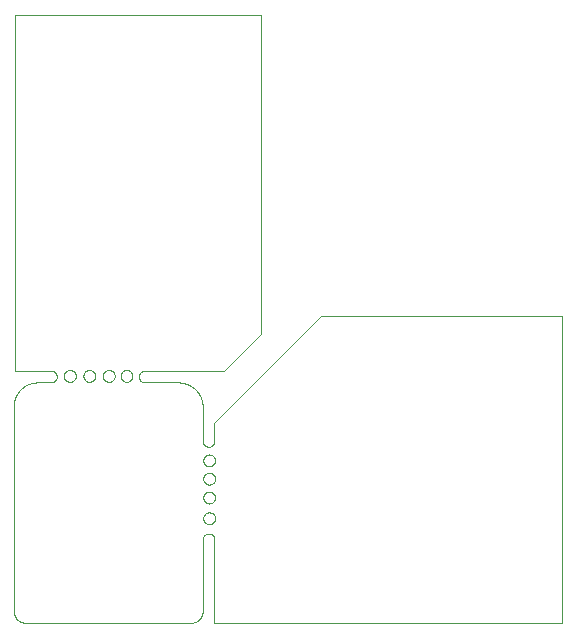
<source format=gko>
G75*
%MOIN*%
%OFA0B0*%
%FSLAX25Y25*%
%IPPOS*%
%LPD*%
%AMOC8*
5,1,8,0,0,1.08239X$1,22.5*
%
%ADD10C,0.00000*%
D10*
X0166472Y0050921D02*
X0166472Y0119228D01*
X0166474Y0119418D01*
X0166481Y0119608D01*
X0166493Y0119798D01*
X0166509Y0119988D01*
X0166529Y0120177D01*
X0166555Y0120366D01*
X0166584Y0120554D01*
X0166619Y0120741D01*
X0166658Y0120927D01*
X0166701Y0121112D01*
X0166749Y0121297D01*
X0166801Y0121480D01*
X0166857Y0121661D01*
X0166918Y0121841D01*
X0166984Y0122020D01*
X0167053Y0122197D01*
X0167127Y0122373D01*
X0167205Y0122546D01*
X0167288Y0122718D01*
X0167374Y0122887D01*
X0167464Y0123055D01*
X0167559Y0123220D01*
X0167657Y0123383D01*
X0167760Y0123543D01*
X0167866Y0123701D01*
X0167976Y0123856D01*
X0168089Y0124009D01*
X0168207Y0124159D01*
X0168328Y0124305D01*
X0168452Y0124449D01*
X0168580Y0124590D01*
X0168711Y0124728D01*
X0168846Y0124863D01*
X0168984Y0124994D01*
X0169125Y0125122D01*
X0169269Y0125246D01*
X0169415Y0125367D01*
X0169565Y0125485D01*
X0169718Y0125598D01*
X0169873Y0125708D01*
X0170031Y0125814D01*
X0170191Y0125917D01*
X0170354Y0126015D01*
X0170519Y0126110D01*
X0170687Y0126200D01*
X0170856Y0126286D01*
X0171028Y0126369D01*
X0171201Y0126447D01*
X0171377Y0126521D01*
X0171554Y0126590D01*
X0171733Y0126656D01*
X0171913Y0126717D01*
X0172094Y0126773D01*
X0172277Y0126825D01*
X0172462Y0126873D01*
X0172647Y0126916D01*
X0172833Y0126955D01*
X0173020Y0126990D01*
X0173208Y0127019D01*
X0173397Y0127045D01*
X0173586Y0127065D01*
X0173776Y0127081D01*
X0173966Y0127093D01*
X0174156Y0127100D01*
X0174346Y0127102D01*
X0178874Y0127102D01*
X0178960Y0127104D01*
X0179046Y0127109D01*
X0179131Y0127119D01*
X0179216Y0127132D01*
X0179300Y0127149D01*
X0179384Y0127169D01*
X0179466Y0127193D01*
X0179547Y0127221D01*
X0179628Y0127252D01*
X0179706Y0127286D01*
X0179783Y0127324D01*
X0179859Y0127366D01*
X0179932Y0127410D01*
X0180003Y0127458D01*
X0180073Y0127509D01*
X0180140Y0127563D01*
X0180204Y0127619D01*
X0180266Y0127679D01*
X0180326Y0127741D01*
X0180382Y0127805D01*
X0180436Y0127872D01*
X0180487Y0127942D01*
X0180535Y0128013D01*
X0180579Y0128087D01*
X0180621Y0128162D01*
X0180659Y0128239D01*
X0180693Y0128317D01*
X0180724Y0128398D01*
X0180752Y0128479D01*
X0180776Y0128561D01*
X0180796Y0128645D01*
X0180813Y0128729D01*
X0180826Y0128814D01*
X0180836Y0128899D01*
X0180841Y0128985D01*
X0180843Y0129071D01*
X0180841Y0129157D01*
X0180836Y0129243D01*
X0180826Y0129328D01*
X0180813Y0129413D01*
X0180796Y0129497D01*
X0180776Y0129581D01*
X0180752Y0129663D01*
X0180724Y0129744D01*
X0180693Y0129825D01*
X0180659Y0129903D01*
X0180621Y0129980D01*
X0180579Y0130056D01*
X0180535Y0130129D01*
X0180487Y0130200D01*
X0180436Y0130270D01*
X0180382Y0130337D01*
X0180326Y0130401D01*
X0180266Y0130463D01*
X0180204Y0130523D01*
X0180140Y0130579D01*
X0180073Y0130633D01*
X0180003Y0130684D01*
X0179932Y0130732D01*
X0179859Y0130776D01*
X0179783Y0130818D01*
X0179706Y0130856D01*
X0179628Y0130890D01*
X0179547Y0130921D01*
X0179466Y0130949D01*
X0179384Y0130973D01*
X0179300Y0130993D01*
X0179216Y0131010D01*
X0179131Y0131023D01*
X0179046Y0131033D01*
X0178960Y0131038D01*
X0178874Y0131040D01*
X0178874Y0131039D02*
X0167063Y0131039D01*
X0167063Y0249543D01*
X0248756Y0249543D01*
X0248756Y0143244D01*
X0236551Y0131039D01*
X0210173Y0131039D01*
X0210173Y0131040D02*
X0210087Y0131038D01*
X0210001Y0131033D01*
X0209916Y0131023D01*
X0209831Y0131010D01*
X0209747Y0130993D01*
X0209663Y0130973D01*
X0209581Y0130949D01*
X0209500Y0130921D01*
X0209419Y0130890D01*
X0209341Y0130856D01*
X0209264Y0130818D01*
X0209189Y0130776D01*
X0209115Y0130732D01*
X0209044Y0130684D01*
X0208974Y0130633D01*
X0208907Y0130579D01*
X0208843Y0130523D01*
X0208781Y0130463D01*
X0208721Y0130401D01*
X0208665Y0130337D01*
X0208611Y0130270D01*
X0208560Y0130200D01*
X0208512Y0130129D01*
X0208468Y0130056D01*
X0208426Y0129980D01*
X0208388Y0129903D01*
X0208354Y0129825D01*
X0208323Y0129744D01*
X0208295Y0129663D01*
X0208271Y0129581D01*
X0208251Y0129497D01*
X0208234Y0129413D01*
X0208221Y0129328D01*
X0208211Y0129243D01*
X0208206Y0129157D01*
X0208204Y0129071D01*
X0208206Y0128985D01*
X0208211Y0128899D01*
X0208221Y0128814D01*
X0208234Y0128729D01*
X0208251Y0128645D01*
X0208271Y0128561D01*
X0208295Y0128479D01*
X0208323Y0128398D01*
X0208354Y0128317D01*
X0208388Y0128239D01*
X0208426Y0128162D01*
X0208468Y0128087D01*
X0208512Y0128013D01*
X0208560Y0127942D01*
X0208611Y0127872D01*
X0208665Y0127805D01*
X0208721Y0127741D01*
X0208781Y0127679D01*
X0208843Y0127619D01*
X0208907Y0127563D01*
X0208974Y0127509D01*
X0209044Y0127458D01*
X0209115Y0127410D01*
X0209189Y0127366D01*
X0209264Y0127324D01*
X0209341Y0127286D01*
X0209419Y0127252D01*
X0209500Y0127221D01*
X0209581Y0127193D01*
X0209663Y0127169D01*
X0209747Y0127149D01*
X0209831Y0127132D01*
X0209916Y0127119D01*
X0210001Y0127109D01*
X0210087Y0127104D01*
X0210173Y0127102D01*
X0221000Y0127102D01*
X0221000Y0127103D02*
X0221197Y0127107D01*
X0221395Y0127107D01*
X0221592Y0127103D01*
X0221790Y0127093D01*
X0221987Y0127079D01*
X0222183Y0127060D01*
X0222379Y0127036D01*
X0222575Y0127007D01*
X0222770Y0126974D01*
X0222963Y0126936D01*
X0223156Y0126893D01*
X0223348Y0126846D01*
X0223539Y0126794D01*
X0223728Y0126738D01*
X0223916Y0126676D01*
X0224102Y0126611D01*
X0224287Y0126541D01*
X0224470Y0126466D01*
X0224651Y0126387D01*
X0224830Y0126304D01*
X0225007Y0126217D01*
X0225182Y0126125D01*
X0225355Y0126029D01*
X0225525Y0125929D01*
X0225693Y0125824D01*
X0225858Y0125716D01*
X0226021Y0125604D01*
X0226180Y0125488D01*
X0226337Y0125368D01*
X0226491Y0125244D01*
X0226642Y0125116D01*
X0226790Y0124985D01*
X0226935Y0124851D01*
X0227076Y0124713D01*
X0227214Y0124572D01*
X0227349Y0124427D01*
X0227480Y0124279D01*
X0227607Y0124128D01*
X0227731Y0123974D01*
X0227851Y0123817D01*
X0227967Y0123657D01*
X0228079Y0123494D01*
X0228187Y0123329D01*
X0228292Y0123161D01*
X0228392Y0122991D01*
X0228488Y0122818D01*
X0228579Y0122643D01*
X0228667Y0122466D01*
X0228750Y0122287D01*
X0228829Y0122106D01*
X0228904Y0121923D01*
X0228974Y0121738D01*
X0229039Y0121552D01*
X0229100Y0121364D01*
X0229157Y0121175D01*
X0229208Y0120984D01*
X0229256Y0120792D01*
X0229298Y0120599D01*
X0229336Y0120406D01*
X0229370Y0120211D01*
X0229398Y0120015D01*
X0229422Y0119819D01*
X0229441Y0119623D01*
X0229455Y0119426D01*
X0229465Y0119228D01*
X0229465Y0107614D01*
X0229464Y0107614D02*
X0229466Y0107528D01*
X0229471Y0107442D01*
X0229481Y0107357D01*
X0229494Y0107272D01*
X0229511Y0107188D01*
X0229531Y0107104D01*
X0229555Y0107022D01*
X0229583Y0106941D01*
X0229614Y0106860D01*
X0229648Y0106782D01*
X0229686Y0106705D01*
X0229728Y0106630D01*
X0229772Y0106556D01*
X0229820Y0106485D01*
X0229871Y0106415D01*
X0229925Y0106348D01*
X0229981Y0106284D01*
X0230041Y0106222D01*
X0230103Y0106162D01*
X0230167Y0106106D01*
X0230234Y0106052D01*
X0230304Y0106001D01*
X0230375Y0105953D01*
X0230449Y0105909D01*
X0230524Y0105867D01*
X0230601Y0105829D01*
X0230679Y0105795D01*
X0230760Y0105764D01*
X0230841Y0105736D01*
X0230923Y0105712D01*
X0231007Y0105692D01*
X0231091Y0105675D01*
X0231176Y0105662D01*
X0231261Y0105652D01*
X0231347Y0105647D01*
X0231433Y0105645D01*
X0231519Y0105647D01*
X0231605Y0105652D01*
X0231690Y0105662D01*
X0231775Y0105675D01*
X0231859Y0105692D01*
X0231943Y0105712D01*
X0232025Y0105736D01*
X0232106Y0105764D01*
X0232187Y0105795D01*
X0232265Y0105829D01*
X0232342Y0105867D01*
X0232418Y0105909D01*
X0232491Y0105953D01*
X0232562Y0106001D01*
X0232632Y0106052D01*
X0232699Y0106106D01*
X0232763Y0106162D01*
X0232825Y0106222D01*
X0232885Y0106284D01*
X0232941Y0106348D01*
X0232995Y0106415D01*
X0233046Y0106485D01*
X0233094Y0106556D01*
X0233138Y0106630D01*
X0233180Y0106705D01*
X0233218Y0106782D01*
X0233252Y0106860D01*
X0233283Y0106941D01*
X0233311Y0107022D01*
X0233335Y0107104D01*
X0233355Y0107188D01*
X0233372Y0107272D01*
X0233385Y0107357D01*
X0233395Y0107442D01*
X0233400Y0107528D01*
X0233402Y0107614D01*
X0233402Y0113717D01*
X0269031Y0149346D01*
X0349150Y0149346D01*
X0349150Y0046984D01*
X0233402Y0046984D01*
X0233402Y0074740D01*
X0233400Y0074826D01*
X0233395Y0074912D01*
X0233385Y0074997D01*
X0233372Y0075082D01*
X0233355Y0075166D01*
X0233335Y0075250D01*
X0233311Y0075332D01*
X0233283Y0075413D01*
X0233252Y0075494D01*
X0233218Y0075572D01*
X0233180Y0075649D01*
X0233138Y0075725D01*
X0233094Y0075798D01*
X0233046Y0075869D01*
X0232995Y0075939D01*
X0232941Y0076006D01*
X0232885Y0076070D01*
X0232825Y0076132D01*
X0232763Y0076192D01*
X0232699Y0076248D01*
X0232632Y0076302D01*
X0232562Y0076353D01*
X0232491Y0076401D01*
X0232418Y0076445D01*
X0232342Y0076487D01*
X0232265Y0076525D01*
X0232187Y0076559D01*
X0232106Y0076590D01*
X0232025Y0076618D01*
X0231943Y0076642D01*
X0231859Y0076662D01*
X0231775Y0076679D01*
X0231690Y0076692D01*
X0231605Y0076702D01*
X0231519Y0076707D01*
X0231433Y0076709D01*
X0231347Y0076707D01*
X0231261Y0076702D01*
X0231176Y0076692D01*
X0231091Y0076679D01*
X0231007Y0076662D01*
X0230923Y0076642D01*
X0230841Y0076618D01*
X0230760Y0076590D01*
X0230679Y0076559D01*
X0230601Y0076525D01*
X0230524Y0076487D01*
X0230449Y0076445D01*
X0230375Y0076401D01*
X0230304Y0076353D01*
X0230234Y0076302D01*
X0230167Y0076248D01*
X0230103Y0076192D01*
X0230041Y0076132D01*
X0229981Y0076070D01*
X0229925Y0076006D01*
X0229871Y0075939D01*
X0229820Y0075869D01*
X0229772Y0075798D01*
X0229728Y0075725D01*
X0229686Y0075649D01*
X0229648Y0075572D01*
X0229614Y0075494D01*
X0229583Y0075413D01*
X0229555Y0075332D01*
X0229531Y0075250D01*
X0229511Y0075166D01*
X0229494Y0075082D01*
X0229481Y0074997D01*
X0229471Y0074912D01*
X0229466Y0074826D01*
X0229464Y0074740D01*
X0229465Y0074740D02*
X0229465Y0050921D01*
X0229463Y0050797D01*
X0229457Y0050674D01*
X0229448Y0050550D01*
X0229434Y0050428D01*
X0229417Y0050305D01*
X0229395Y0050183D01*
X0229370Y0050062D01*
X0229341Y0049942D01*
X0229309Y0049823D01*
X0229272Y0049704D01*
X0229232Y0049587D01*
X0229189Y0049472D01*
X0229141Y0049357D01*
X0229090Y0049245D01*
X0229036Y0049134D01*
X0228978Y0049024D01*
X0228917Y0048917D01*
X0228852Y0048811D01*
X0228784Y0048708D01*
X0228713Y0048607D01*
X0228639Y0048508D01*
X0228562Y0048411D01*
X0228481Y0048317D01*
X0228398Y0048226D01*
X0228312Y0048137D01*
X0228223Y0048051D01*
X0228132Y0047968D01*
X0228038Y0047887D01*
X0227941Y0047810D01*
X0227842Y0047736D01*
X0227741Y0047665D01*
X0227638Y0047597D01*
X0227532Y0047532D01*
X0227425Y0047471D01*
X0227315Y0047413D01*
X0227204Y0047359D01*
X0227092Y0047308D01*
X0226977Y0047260D01*
X0226862Y0047217D01*
X0226745Y0047177D01*
X0226626Y0047140D01*
X0226507Y0047108D01*
X0226387Y0047079D01*
X0226266Y0047054D01*
X0226144Y0047032D01*
X0226021Y0047015D01*
X0225899Y0047001D01*
X0225775Y0046992D01*
X0225652Y0046986D01*
X0225528Y0046984D01*
X0170409Y0046984D01*
X0170285Y0046986D01*
X0170162Y0046992D01*
X0170038Y0047001D01*
X0169916Y0047015D01*
X0169793Y0047032D01*
X0169671Y0047054D01*
X0169550Y0047079D01*
X0169430Y0047108D01*
X0169311Y0047140D01*
X0169192Y0047177D01*
X0169075Y0047217D01*
X0168960Y0047260D01*
X0168845Y0047308D01*
X0168733Y0047359D01*
X0168622Y0047413D01*
X0168512Y0047471D01*
X0168405Y0047532D01*
X0168299Y0047597D01*
X0168196Y0047665D01*
X0168095Y0047736D01*
X0167996Y0047810D01*
X0167899Y0047887D01*
X0167805Y0047968D01*
X0167714Y0048051D01*
X0167625Y0048137D01*
X0167539Y0048226D01*
X0167456Y0048317D01*
X0167375Y0048411D01*
X0167298Y0048508D01*
X0167224Y0048607D01*
X0167153Y0048708D01*
X0167085Y0048811D01*
X0167020Y0048917D01*
X0166959Y0049024D01*
X0166901Y0049134D01*
X0166847Y0049245D01*
X0166796Y0049357D01*
X0166748Y0049472D01*
X0166705Y0049587D01*
X0166665Y0049704D01*
X0166628Y0049823D01*
X0166596Y0049942D01*
X0166567Y0050062D01*
X0166542Y0050183D01*
X0166520Y0050305D01*
X0166503Y0050428D01*
X0166489Y0050550D01*
X0166480Y0050674D01*
X0166474Y0050797D01*
X0166472Y0050921D01*
X0229661Y0081827D02*
X0229663Y0081915D01*
X0229669Y0082003D01*
X0229679Y0082091D01*
X0229693Y0082179D01*
X0229710Y0082265D01*
X0229732Y0082351D01*
X0229757Y0082435D01*
X0229787Y0082519D01*
X0229819Y0082601D01*
X0229856Y0082681D01*
X0229896Y0082760D01*
X0229940Y0082837D01*
X0229987Y0082912D01*
X0230037Y0082984D01*
X0230091Y0083055D01*
X0230147Y0083122D01*
X0230207Y0083188D01*
X0230269Y0083250D01*
X0230335Y0083310D01*
X0230402Y0083366D01*
X0230473Y0083420D01*
X0230545Y0083470D01*
X0230620Y0083517D01*
X0230697Y0083561D01*
X0230776Y0083601D01*
X0230856Y0083638D01*
X0230938Y0083670D01*
X0231022Y0083700D01*
X0231106Y0083725D01*
X0231192Y0083747D01*
X0231278Y0083764D01*
X0231366Y0083778D01*
X0231454Y0083788D01*
X0231542Y0083794D01*
X0231630Y0083796D01*
X0231718Y0083794D01*
X0231806Y0083788D01*
X0231894Y0083778D01*
X0231982Y0083764D01*
X0232068Y0083747D01*
X0232154Y0083725D01*
X0232238Y0083700D01*
X0232322Y0083670D01*
X0232404Y0083638D01*
X0232484Y0083601D01*
X0232563Y0083561D01*
X0232640Y0083517D01*
X0232715Y0083470D01*
X0232787Y0083420D01*
X0232858Y0083366D01*
X0232925Y0083310D01*
X0232991Y0083250D01*
X0233053Y0083188D01*
X0233113Y0083122D01*
X0233169Y0083055D01*
X0233223Y0082984D01*
X0233273Y0082912D01*
X0233320Y0082837D01*
X0233364Y0082760D01*
X0233404Y0082681D01*
X0233441Y0082601D01*
X0233473Y0082519D01*
X0233503Y0082435D01*
X0233528Y0082351D01*
X0233550Y0082265D01*
X0233567Y0082179D01*
X0233581Y0082091D01*
X0233591Y0082003D01*
X0233597Y0081915D01*
X0233599Y0081827D01*
X0233597Y0081739D01*
X0233591Y0081651D01*
X0233581Y0081563D01*
X0233567Y0081475D01*
X0233550Y0081389D01*
X0233528Y0081303D01*
X0233503Y0081219D01*
X0233473Y0081135D01*
X0233441Y0081053D01*
X0233404Y0080973D01*
X0233364Y0080894D01*
X0233320Y0080817D01*
X0233273Y0080742D01*
X0233223Y0080670D01*
X0233169Y0080599D01*
X0233113Y0080532D01*
X0233053Y0080466D01*
X0232991Y0080404D01*
X0232925Y0080344D01*
X0232858Y0080288D01*
X0232787Y0080234D01*
X0232715Y0080184D01*
X0232640Y0080137D01*
X0232563Y0080093D01*
X0232484Y0080053D01*
X0232404Y0080016D01*
X0232322Y0079984D01*
X0232238Y0079954D01*
X0232154Y0079929D01*
X0232068Y0079907D01*
X0231982Y0079890D01*
X0231894Y0079876D01*
X0231806Y0079866D01*
X0231718Y0079860D01*
X0231630Y0079858D01*
X0231542Y0079860D01*
X0231454Y0079866D01*
X0231366Y0079876D01*
X0231278Y0079890D01*
X0231192Y0079907D01*
X0231106Y0079929D01*
X0231022Y0079954D01*
X0230938Y0079984D01*
X0230856Y0080016D01*
X0230776Y0080053D01*
X0230697Y0080093D01*
X0230620Y0080137D01*
X0230545Y0080184D01*
X0230473Y0080234D01*
X0230402Y0080288D01*
X0230335Y0080344D01*
X0230269Y0080404D01*
X0230207Y0080466D01*
X0230147Y0080532D01*
X0230091Y0080599D01*
X0230037Y0080670D01*
X0229987Y0080742D01*
X0229940Y0080817D01*
X0229896Y0080894D01*
X0229856Y0080973D01*
X0229819Y0081053D01*
X0229787Y0081135D01*
X0229757Y0081219D01*
X0229732Y0081303D01*
X0229710Y0081389D01*
X0229693Y0081475D01*
X0229679Y0081563D01*
X0229669Y0081651D01*
X0229663Y0081739D01*
X0229661Y0081827D01*
X0229661Y0088717D02*
X0229663Y0088805D01*
X0229669Y0088893D01*
X0229679Y0088981D01*
X0229693Y0089069D01*
X0229710Y0089155D01*
X0229732Y0089241D01*
X0229757Y0089325D01*
X0229787Y0089409D01*
X0229819Y0089491D01*
X0229856Y0089571D01*
X0229896Y0089650D01*
X0229940Y0089727D01*
X0229987Y0089802D01*
X0230037Y0089874D01*
X0230091Y0089945D01*
X0230147Y0090012D01*
X0230207Y0090078D01*
X0230269Y0090140D01*
X0230335Y0090200D01*
X0230402Y0090256D01*
X0230473Y0090310D01*
X0230545Y0090360D01*
X0230620Y0090407D01*
X0230697Y0090451D01*
X0230776Y0090491D01*
X0230856Y0090528D01*
X0230938Y0090560D01*
X0231022Y0090590D01*
X0231106Y0090615D01*
X0231192Y0090637D01*
X0231278Y0090654D01*
X0231366Y0090668D01*
X0231454Y0090678D01*
X0231542Y0090684D01*
X0231630Y0090686D01*
X0231718Y0090684D01*
X0231806Y0090678D01*
X0231894Y0090668D01*
X0231982Y0090654D01*
X0232068Y0090637D01*
X0232154Y0090615D01*
X0232238Y0090590D01*
X0232322Y0090560D01*
X0232404Y0090528D01*
X0232484Y0090491D01*
X0232563Y0090451D01*
X0232640Y0090407D01*
X0232715Y0090360D01*
X0232787Y0090310D01*
X0232858Y0090256D01*
X0232925Y0090200D01*
X0232991Y0090140D01*
X0233053Y0090078D01*
X0233113Y0090012D01*
X0233169Y0089945D01*
X0233223Y0089874D01*
X0233273Y0089802D01*
X0233320Y0089727D01*
X0233364Y0089650D01*
X0233404Y0089571D01*
X0233441Y0089491D01*
X0233473Y0089409D01*
X0233503Y0089325D01*
X0233528Y0089241D01*
X0233550Y0089155D01*
X0233567Y0089069D01*
X0233581Y0088981D01*
X0233591Y0088893D01*
X0233597Y0088805D01*
X0233599Y0088717D01*
X0233597Y0088629D01*
X0233591Y0088541D01*
X0233581Y0088453D01*
X0233567Y0088365D01*
X0233550Y0088279D01*
X0233528Y0088193D01*
X0233503Y0088109D01*
X0233473Y0088025D01*
X0233441Y0087943D01*
X0233404Y0087863D01*
X0233364Y0087784D01*
X0233320Y0087707D01*
X0233273Y0087632D01*
X0233223Y0087560D01*
X0233169Y0087489D01*
X0233113Y0087422D01*
X0233053Y0087356D01*
X0232991Y0087294D01*
X0232925Y0087234D01*
X0232858Y0087178D01*
X0232787Y0087124D01*
X0232715Y0087074D01*
X0232640Y0087027D01*
X0232563Y0086983D01*
X0232484Y0086943D01*
X0232404Y0086906D01*
X0232322Y0086874D01*
X0232238Y0086844D01*
X0232154Y0086819D01*
X0232068Y0086797D01*
X0231982Y0086780D01*
X0231894Y0086766D01*
X0231806Y0086756D01*
X0231718Y0086750D01*
X0231630Y0086748D01*
X0231542Y0086750D01*
X0231454Y0086756D01*
X0231366Y0086766D01*
X0231278Y0086780D01*
X0231192Y0086797D01*
X0231106Y0086819D01*
X0231022Y0086844D01*
X0230938Y0086874D01*
X0230856Y0086906D01*
X0230776Y0086943D01*
X0230697Y0086983D01*
X0230620Y0087027D01*
X0230545Y0087074D01*
X0230473Y0087124D01*
X0230402Y0087178D01*
X0230335Y0087234D01*
X0230269Y0087294D01*
X0230207Y0087356D01*
X0230147Y0087422D01*
X0230091Y0087489D01*
X0230037Y0087560D01*
X0229987Y0087632D01*
X0229940Y0087707D01*
X0229896Y0087784D01*
X0229856Y0087863D01*
X0229819Y0087943D01*
X0229787Y0088025D01*
X0229757Y0088109D01*
X0229732Y0088193D01*
X0229710Y0088279D01*
X0229693Y0088365D01*
X0229679Y0088453D01*
X0229669Y0088541D01*
X0229663Y0088629D01*
X0229661Y0088717D01*
X0229661Y0095016D02*
X0229663Y0095104D01*
X0229669Y0095192D01*
X0229679Y0095280D01*
X0229693Y0095368D01*
X0229710Y0095454D01*
X0229732Y0095540D01*
X0229757Y0095624D01*
X0229787Y0095708D01*
X0229819Y0095790D01*
X0229856Y0095870D01*
X0229896Y0095949D01*
X0229940Y0096026D01*
X0229987Y0096101D01*
X0230037Y0096173D01*
X0230091Y0096244D01*
X0230147Y0096311D01*
X0230207Y0096377D01*
X0230269Y0096439D01*
X0230335Y0096499D01*
X0230402Y0096555D01*
X0230473Y0096609D01*
X0230545Y0096659D01*
X0230620Y0096706D01*
X0230697Y0096750D01*
X0230776Y0096790D01*
X0230856Y0096827D01*
X0230938Y0096859D01*
X0231022Y0096889D01*
X0231106Y0096914D01*
X0231192Y0096936D01*
X0231278Y0096953D01*
X0231366Y0096967D01*
X0231454Y0096977D01*
X0231542Y0096983D01*
X0231630Y0096985D01*
X0231718Y0096983D01*
X0231806Y0096977D01*
X0231894Y0096967D01*
X0231982Y0096953D01*
X0232068Y0096936D01*
X0232154Y0096914D01*
X0232238Y0096889D01*
X0232322Y0096859D01*
X0232404Y0096827D01*
X0232484Y0096790D01*
X0232563Y0096750D01*
X0232640Y0096706D01*
X0232715Y0096659D01*
X0232787Y0096609D01*
X0232858Y0096555D01*
X0232925Y0096499D01*
X0232991Y0096439D01*
X0233053Y0096377D01*
X0233113Y0096311D01*
X0233169Y0096244D01*
X0233223Y0096173D01*
X0233273Y0096101D01*
X0233320Y0096026D01*
X0233364Y0095949D01*
X0233404Y0095870D01*
X0233441Y0095790D01*
X0233473Y0095708D01*
X0233503Y0095624D01*
X0233528Y0095540D01*
X0233550Y0095454D01*
X0233567Y0095368D01*
X0233581Y0095280D01*
X0233591Y0095192D01*
X0233597Y0095104D01*
X0233599Y0095016D01*
X0233597Y0094928D01*
X0233591Y0094840D01*
X0233581Y0094752D01*
X0233567Y0094664D01*
X0233550Y0094578D01*
X0233528Y0094492D01*
X0233503Y0094408D01*
X0233473Y0094324D01*
X0233441Y0094242D01*
X0233404Y0094162D01*
X0233364Y0094083D01*
X0233320Y0094006D01*
X0233273Y0093931D01*
X0233223Y0093859D01*
X0233169Y0093788D01*
X0233113Y0093721D01*
X0233053Y0093655D01*
X0232991Y0093593D01*
X0232925Y0093533D01*
X0232858Y0093477D01*
X0232787Y0093423D01*
X0232715Y0093373D01*
X0232640Y0093326D01*
X0232563Y0093282D01*
X0232484Y0093242D01*
X0232404Y0093205D01*
X0232322Y0093173D01*
X0232238Y0093143D01*
X0232154Y0093118D01*
X0232068Y0093096D01*
X0231982Y0093079D01*
X0231894Y0093065D01*
X0231806Y0093055D01*
X0231718Y0093049D01*
X0231630Y0093047D01*
X0231542Y0093049D01*
X0231454Y0093055D01*
X0231366Y0093065D01*
X0231278Y0093079D01*
X0231192Y0093096D01*
X0231106Y0093118D01*
X0231022Y0093143D01*
X0230938Y0093173D01*
X0230856Y0093205D01*
X0230776Y0093242D01*
X0230697Y0093282D01*
X0230620Y0093326D01*
X0230545Y0093373D01*
X0230473Y0093423D01*
X0230402Y0093477D01*
X0230335Y0093533D01*
X0230269Y0093593D01*
X0230207Y0093655D01*
X0230147Y0093721D01*
X0230091Y0093788D01*
X0230037Y0093859D01*
X0229987Y0093931D01*
X0229940Y0094006D01*
X0229896Y0094083D01*
X0229856Y0094162D01*
X0229819Y0094242D01*
X0229787Y0094324D01*
X0229757Y0094408D01*
X0229732Y0094492D01*
X0229710Y0094578D01*
X0229693Y0094664D01*
X0229679Y0094752D01*
X0229669Y0094840D01*
X0229663Y0094928D01*
X0229661Y0095016D01*
X0229661Y0101118D02*
X0229663Y0101206D01*
X0229669Y0101294D01*
X0229679Y0101382D01*
X0229693Y0101470D01*
X0229710Y0101556D01*
X0229732Y0101642D01*
X0229757Y0101726D01*
X0229787Y0101810D01*
X0229819Y0101892D01*
X0229856Y0101972D01*
X0229896Y0102051D01*
X0229940Y0102128D01*
X0229987Y0102203D01*
X0230037Y0102275D01*
X0230091Y0102346D01*
X0230147Y0102413D01*
X0230207Y0102479D01*
X0230269Y0102541D01*
X0230335Y0102601D01*
X0230402Y0102657D01*
X0230473Y0102711D01*
X0230545Y0102761D01*
X0230620Y0102808D01*
X0230697Y0102852D01*
X0230776Y0102892D01*
X0230856Y0102929D01*
X0230938Y0102961D01*
X0231022Y0102991D01*
X0231106Y0103016D01*
X0231192Y0103038D01*
X0231278Y0103055D01*
X0231366Y0103069D01*
X0231454Y0103079D01*
X0231542Y0103085D01*
X0231630Y0103087D01*
X0231718Y0103085D01*
X0231806Y0103079D01*
X0231894Y0103069D01*
X0231982Y0103055D01*
X0232068Y0103038D01*
X0232154Y0103016D01*
X0232238Y0102991D01*
X0232322Y0102961D01*
X0232404Y0102929D01*
X0232484Y0102892D01*
X0232563Y0102852D01*
X0232640Y0102808D01*
X0232715Y0102761D01*
X0232787Y0102711D01*
X0232858Y0102657D01*
X0232925Y0102601D01*
X0232991Y0102541D01*
X0233053Y0102479D01*
X0233113Y0102413D01*
X0233169Y0102346D01*
X0233223Y0102275D01*
X0233273Y0102203D01*
X0233320Y0102128D01*
X0233364Y0102051D01*
X0233404Y0101972D01*
X0233441Y0101892D01*
X0233473Y0101810D01*
X0233503Y0101726D01*
X0233528Y0101642D01*
X0233550Y0101556D01*
X0233567Y0101470D01*
X0233581Y0101382D01*
X0233591Y0101294D01*
X0233597Y0101206D01*
X0233599Y0101118D01*
X0233597Y0101030D01*
X0233591Y0100942D01*
X0233581Y0100854D01*
X0233567Y0100766D01*
X0233550Y0100680D01*
X0233528Y0100594D01*
X0233503Y0100510D01*
X0233473Y0100426D01*
X0233441Y0100344D01*
X0233404Y0100264D01*
X0233364Y0100185D01*
X0233320Y0100108D01*
X0233273Y0100033D01*
X0233223Y0099961D01*
X0233169Y0099890D01*
X0233113Y0099823D01*
X0233053Y0099757D01*
X0232991Y0099695D01*
X0232925Y0099635D01*
X0232858Y0099579D01*
X0232787Y0099525D01*
X0232715Y0099475D01*
X0232640Y0099428D01*
X0232563Y0099384D01*
X0232484Y0099344D01*
X0232404Y0099307D01*
X0232322Y0099275D01*
X0232238Y0099245D01*
X0232154Y0099220D01*
X0232068Y0099198D01*
X0231982Y0099181D01*
X0231894Y0099167D01*
X0231806Y0099157D01*
X0231718Y0099151D01*
X0231630Y0099149D01*
X0231542Y0099151D01*
X0231454Y0099157D01*
X0231366Y0099167D01*
X0231278Y0099181D01*
X0231192Y0099198D01*
X0231106Y0099220D01*
X0231022Y0099245D01*
X0230938Y0099275D01*
X0230856Y0099307D01*
X0230776Y0099344D01*
X0230697Y0099384D01*
X0230620Y0099428D01*
X0230545Y0099475D01*
X0230473Y0099525D01*
X0230402Y0099579D01*
X0230335Y0099635D01*
X0230269Y0099695D01*
X0230207Y0099757D01*
X0230147Y0099823D01*
X0230091Y0099890D01*
X0230037Y0099961D01*
X0229987Y0100033D01*
X0229940Y0100108D01*
X0229896Y0100185D01*
X0229856Y0100264D01*
X0229819Y0100344D01*
X0229787Y0100426D01*
X0229757Y0100510D01*
X0229732Y0100594D01*
X0229710Y0100680D01*
X0229693Y0100766D01*
X0229679Y0100854D01*
X0229669Y0100942D01*
X0229663Y0101030D01*
X0229661Y0101118D01*
X0202102Y0129268D02*
X0202104Y0129356D01*
X0202110Y0129444D01*
X0202120Y0129532D01*
X0202134Y0129620D01*
X0202151Y0129706D01*
X0202173Y0129792D01*
X0202198Y0129876D01*
X0202228Y0129960D01*
X0202260Y0130042D01*
X0202297Y0130122D01*
X0202337Y0130201D01*
X0202381Y0130278D01*
X0202428Y0130353D01*
X0202478Y0130425D01*
X0202532Y0130496D01*
X0202588Y0130563D01*
X0202648Y0130629D01*
X0202710Y0130691D01*
X0202776Y0130751D01*
X0202843Y0130807D01*
X0202914Y0130861D01*
X0202986Y0130911D01*
X0203061Y0130958D01*
X0203138Y0131002D01*
X0203217Y0131042D01*
X0203297Y0131079D01*
X0203379Y0131111D01*
X0203463Y0131141D01*
X0203547Y0131166D01*
X0203633Y0131188D01*
X0203719Y0131205D01*
X0203807Y0131219D01*
X0203895Y0131229D01*
X0203983Y0131235D01*
X0204071Y0131237D01*
X0204159Y0131235D01*
X0204247Y0131229D01*
X0204335Y0131219D01*
X0204423Y0131205D01*
X0204509Y0131188D01*
X0204595Y0131166D01*
X0204679Y0131141D01*
X0204763Y0131111D01*
X0204845Y0131079D01*
X0204925Y0131042D01*
X0205004Y0131002D01*
X0205081Y0130958D01*
X0205156Y0130911D01*
X0205228Y0130861D01*
X0205299Y0130807D01*
X0205366Y0130751D01*
X0205432Y0130691D01*
X0205494Y0130629D01*
X0205554Y0130563D01*
X0205610Y0130496D01*
X0205664Y0130425D01*
X0205714Y0130353D01*
X0205761Y0130278D01*
X0205805Y0130201D01*
X0205845Y0130122D01*
X0205882Y0130042D01*
X0205914Y0129960D01*
X0205944Y0129876D01*
X0205969Y0129792D01*
X0205991Y0129706D01*
X0206008Y0129620D01*
X0206022Y0129532D01*
X0206032Y0129444D01*
X0206038Y0129356D01*
X0206040Y0129268D01*
X0206038Y0129180D01*
X0206032Y0129092D01*
X0206022Y0129004D01*
X0206008Y0128916D01*
X0205991Y0128830D01*
X0205969Y0128744D01*
X0205944Y0128660D01*
X0205914Y0128576D01*
X0205882Y0128494D01*
X0205845Y0128414D01*
X0205805Y0128335D01*
X0205761Y0128258D01*
X0205714Y0128183D01*
X0205664Y0128111D01*
X0205610Y0128040D01*
X0205554Y0127973D01*
X0205494Y0127907D01*
X0205432Y0127845D01*
X0205366Y0127785D01*
X0205299Y0127729D01*
X0205228Y0127675D01*
X0205156Y0127625D01*
X0205081Y0127578D01*
X0205004Y0127534D01*
X0204925Y0127494D01*
X0204845Y0127457D01*
X0204763Y0127425D01*
X0204679Y0127395D01*
X0204595Y0127370D01*
X0204509Y0127348D01*
X0204423Y0127331D01*
X0204335Y0127317D01*
X0204247Y0127307D01*
X0204159Y0127301D01*
X0204071Y0127299D01*
X0203983Y0127301D01*
X0203895Y0127307D01*
X0203807Y0127317D01*
X0203719Y0127331D01*
X0203633Y0127348D01*
X0203547Y0127370D01*
X0203463Y0127395D01*
X0203379Y0127425D01*
X0203297Y0127457D01*
X0203217Y0127494D01*
X0203138Y0127534D01*
X0203061Y0127578D01*
X0202986Y0127625D01*
X0202914Y0127675D01*
X0202843Y0127729D01*
X0202776Y0127785D01*
X0202710Y0127845D01*
X0202648Y0127907D01*
X0202588Y0127973D01*
X0202532Y0128040D01*
X0202478Y0128111D01*
X0202428Y0128183D01*
X0202381Y0128258D01*
X0202337Y0128335D01*
X0202297Y0128414D01*
X0202260Y0128494D01*
X0202228Y0128576D01*
X0202198Y0128660D01*
X0202173Y0128744D01*
X0202151Y0128830D01*
X0202134Y0128916D01*
X0202120Y0129004D01*
X0202110Y0129092D01*
X0202104Y0129180D01*
X0202102Y0129268D01*
X0196196Y0129268D02*
X0196198Y0129356D01*
X0196204Y0129444D01*
X0196214Y0129532D01*
X0196228Y0129620D01*
X0196245Y0129706D01*
X0196267Y0129792D01*
X0196292Y0129876D01*
X0196322Y0129960D01*
X0196354Y0130042D01*
X0196391Y0130122D01*
X0196431Y0130201D01*
X0196475Y0130278D01*
X0196522Y0130353D01*
X0196572Y0130425D01*
X0196626Y0130496D01*
X0196682Y0130563D01*
X0196742Y0130629D01*
X0196804Y0130691D01*
X0196870Y0130751D01*
X0196937Y0130807D01*
X0197008Y0130861D01*
X0197080Y0130911D01*
X0197155Y0130958D01*
X0197232Y0131002D01*
X0197311Y0131042D01*
X0197391Y0131079D01*
X0197473Y0131111D01*
X0197557Y0131141D01*
X0197641Y0131166D01*
X0197727Y0131188D01*
X0197813Y0131205D01*
X0197901Y0131219D01*
X0197989Y0131229D01*
X0198077Y0131235D01*
X0198165Y0131237D01*
X0198253Y0131235D01*
X0198341Y0131229D01*
X0198429Y0131219D01*
X0198517Y0131205D01*
X0198603Y0131188D01*
X0198689Y0131166D01*
X0198773Y0131141D01*
X0198857Y0131111D01*
X0198939Y0131079D01*
X0199019Y0131042D01*
X0199098Y0131002D01*
X0199175Y0130958D01*
X0199250Y0130911D01*
X0199322Y0130861D01*
X0199393Y0130807D01*
X0199460Y0130751D01*
X0199526Y0130691D01*
X0199588Y0130629D01*
X0199648Y0130563D01*
X0199704Y0130496D01*
X0199758Y0130425D01*
X0199808Y0130353D01*
X0199855Y0130278D01*
X0199899Y0130201D01*
X0199939Y0130122D01*
X0199976Y0130042D01*
X0200008Y0129960D01*
X0200038Y0129876D01*
X0200063Y0129792D01*
X0200085Y0129706D01*
X0200102Y0129620D01*
X0200116Y0129532D01*
X0200126Y0129444D01*
X0200132Y0129356D01*
X0200134Y0129268D01*
X0200132Y0129180D01*
X0200126Y0129092D01*
X0200116Y0129004D01*
X0200102Y0128916D01*
X0200085Y0128830D01*
X0200063Y0128744D01*
X0200038Y0128660D01*
X0200008Y0128576D01*
X0199976Y0128494D01*
X0199939Y0128414D01*
X0199899Y0128335D01*
X0199855Y0128258D01*
X0199808Y0128183D01*
X0199758Y0128111D01*
X0199704Y0128040D01*
X0199648Y0127973D01*
X0199588Y0127907D01*
X0199526Y0127845D01*
X0199460Y0127785D01*
X0199393Y0127729D01*
X0199322Y0127675D01*
X0199250Y0127625D01*
X0199175Y0127578D01*
X0199098Y0127534D01*
X0199019Y0127494D01*
X0198939Y0127457D01*
X0198857Y0127425D01*
X0198773Y0127395D01*
X0198689Y0127370D01*
X0198603Y0127348D01*
X0198517Y0127331D01*
X0198429Y0127317D01*
X0198341Y0127307D01*
X0198253Y0127301D01*
X0198165Y0127299D01*
X0198077Y0127301D01*
X0197989Y0127307D01*
X0197901Y0127317D01*
X0197813Y0127331D01*
X0197727Y0127348D01*
X0197641Y0127370D01*
X0197557Y0127395D01*
X0197473Y0127425D01*
X0197391Y0127457D01*
X0197311Y0127494D01*
X0197232Y0127534D01*
X0197155Y0127578D01*
X0197080Y0127625D01*
X0197008Y0127675D01*
X0196937Y0127729D01*
X0196870Y0127785D01*
X0196804Y0127845D01*
X0196742Y0127907D01*
X0196682Y0127973D01*
X0196626Y0128040D01*
X0196572Y0128111D01*
X0196522Y0128183D01*
X0196475Y0128258D01*
X0196431Y0128335D01*
X0196391Y0128414D01*
X0196354Y0128494D01*
X0196322Y0128576D01*
X0196292Y0128660D01*
X0196267Y0128744D01*
X0196245Y0128830D01*
X0196228Y0128916D01*
X0196214Y0129004D01*
X0196204Y0129092D01*
X0196198Y0129180D01*
X0196196Y0129268D01*
X0189700Y0129268D02*
X0189702Y0129356D01*
X0189708Y0129444D01*
X0189718Y0129532D01*
X0189732Y0129620D01*
X0189749Y0129706D01*
X0189771Y0129792D01*
X0189796Y0129876D01*
X0189826Y0129960D01*
X0189858Y0130042D01*
X0189895Y0130122D01*
X0189935Y0130201D01*
X0189979Y0130278D01*
X0190026Y0130353D01*
X0190076Y0130425D01*
X0190130Y0130496D01*
X0190186Y0130563D01*
X0190246Y0130629D01*
X0190308Y0130691D01*
X0190374Y0130751D01*
X0190441Y0130807D01*
X0190512Y0130861D01*
X0190584Y0130911D01*
X0190659Y0130958D01*
X0190736Y0131002D01*
X0190815Y0131042D01*
X0190895Y0131079D01*
X0190977Y0131111D01*
X0191061Y0131141D01*
X0191145Y0131166D01*
X0191231Y0131188D01*
X0191317Y0131205D01*
X0191405Y0131219D01*
X0191493Y0131229D01*
X0191581Y0131235D01*
X0191669Y0131237D01*
X0191757Y0131235D01*
X0191845Y0131229D01*
X0191933Y0131219D01*
X0192021Y0131205D01*
X0192107Y0131188D01*
X0192193Y0131166D01*
X0192277Y0131141D01*
X0192361Y0131111D01*
X0192443Y0131079D01*
X0192523Y0131042D01*
X0192602Y0131002D01*
X0192679Y0130958D01*
X0192754Y0130911D01*
X0192826Y0130861D01*
X0192897Y0130807D01*
X0192964Y0130751D01*
X0193030Y0130691D01*
X0193092Y0130629D01*
X0193152Y0130563D01*
X0193208Y0130496D01*
X0193262Y0130425D01*
X0193312Y0130353D01*
X0193359Y0130278D01*
X0193403Y0130201D01*
X0193443Y0130122D01*
X0193480Y0130042D01*
X0193512Y0129960D01*
X0193542Y0129876D01*
X0193567Y0129792D01*
X0193589Y0129706D01*
X0193606Y0129620D01*
X0193620Y0129532D01*
X0193630Y0129444D01*
X0193636Y0129356D01*
X0193638Y0129268D01*
X0193636Y0129180D01*
X0193630Y0129092D01*
X0193620Y0129004D01*
X0193606Y0128916D01*
X0193589Y0128830D01*
X0193567Y0128744D01*
X0193542Y0128660D01*
X0193512Y0128576D01*
X0193480Y0128494D01*
X0193443Y0128414D01*
X0193403Y0128335D01*
X0193359Y0128258D01*
X0193312Y0128183D01*
X0193262Y0128111D01*
X0193208Y0128040D01*
X0193152Y0127973D01*
X0193092Y0127907D01*
X0193030Y0127845D01*
X0192964Y0127785D01*
X0192897Y0127729D01*
X0192826Y0127675D01*
X0192754Y0127625D01*
X0192679Y0127578D01*
X0192602Y0127534D01*
X0192523Y0127494D01*
X0192443Y0127457D01*
X0192361Y0127425D01*
X0192277Y0127395D01*
X0192193Y0127370D01*
X0192107Y0127348D01*
X0192021Y0127331D01*
X0191933Y0127317D01*
X0191845Y0127307D01*
X0191757Y0127301D01*
X0191669Y0127299D01*
X0191581Y0127301D01*
X0191493Y0127307D01*
X0191405Y0127317D01*
X0191317Y0127331D01*
X0191231Y0127348D01*
X0191145Y0127370D01*
X0191061Y0127395D01*
X0190977Y0127425D01*
X0190895Y0127457D01*
X0190815Y0127494D01*
X0190736Y0127534D01*
X0190659Y0127578D01*
X0190584Y0127625D01*
X0190512Y0127675D01*
X0190441Y0127729D01*
X0190374Y0127785D01*
X0190308Y0127845D01*
X0190246Y0127907D01*
X0190186Y0127973D01*
X0190130Y0128040D01*
X0190076Y0128111D01*
X0190026Y0128183D01*
X0189979Y0128258D01*
X0189935Y0128335D01*
X0189895Y0128414D01*
X0189858Y0128494D01*
X0189826Y0128576D01*
X0189796Y0128660D01*
X0189771Y0128744D01*
X0189749Y0128830D01*
X0189732Y0128916D01*
X0189718Y0129004D01*
X0189708Y0129092D01*
X0189702Y0129180D01*
X0189700Y0129268D01*
X0183204Y0129268D02*
X0183206Y0129356D01*
X0183212Y0129444D01*
X0183222Y0129532D01*
X0183236Y0129620D01*
X0183253Y0129706D01*
X0183275Y0129792D01*
X0183300Y0129876D01*
X0183330Y0129960D01*
X0183362Y0130042D01*
X0183399Y0130122D01*
X0183439Y0130201D01*
X0183483Y0130278D01*
X0183530Y0130353D01*
X0183580Y0130425D01*
X0183634Y0130496D01*
X0183690Y0130563D01*
X0183750Y0130629D01*
X0183812Y0130691D01*
X0183878Y0130751D01*
X0183945Y0130807D01*
X0184016Y0130861D01*
X0184088Y0130911D01*
X0184163Y0130958D01*
X0184240Y0131002D01*
X0184319Y0131042D01*
X0184399Y0131079D01*
X0184481Y0131111D01*
X0184565Y0131141D01*
X0184649Y0131166D01*
X0184735Y0131188D01*
X0184821Y0131205D01*
X0184909Y0131219D01*
X0184997Y0131229D01*
X0185085Y0131235D01*
X0185173Y0131237D01*
X0185261Y0131235D01*
X0185349Y0131229D01*
X0185437Y0131219D01*
X0185525Y0131205D01*
X0185611Y0131188D01*
X0185697Y0131166D01*
X0185781Y0131141D01*
X0185865Y0131111D01*
X0185947Y0131079D01*
X0186027Y0131042D01*
X0186106Y0131002D01*
X0186183Y0130958D01*
X0186258Y0130911D01*
X0186330Y0130861D01*
X0186401Y0130807D01*
X0186468Y0130751D01*
X0186534Y0130691D01*
X0186596Y0130629D01*
X0186656Y0130563D01*
X0186712Y0130496D01*
X0186766Y0130425D01*
X0186816Y0130353D01*
X0186863Y0130278D01*
X0186907Y0130201D01*
X0186947Y0130122D01*
X0186984Y0130042D01*
X0187016Y0129960D01*
X0187046Y0129876D01*
X0187071Y0129792D01*
X0187093Y0129706D01*
X0187110Y0129620D01*
X0187124Y0129532D01*
X0187134Y0129444D01*
X0187140Y0129356D01*
X0187142Y0129268D01*
X0187140Y0129180D01*
X0187134Y0129092D01*
X0187124Y0129004D01*
X0187110Y0128916D01*
X0187093Y0128830D01*
X0187071Y0128744D01*
X0187046Y0128660D01*
X0187016Y0128576D01*
X0186984Y0128494D01*
X0186947Y0128414D01*
X0186907Y0128335D01*
X0186863Y0128258D01*
X0186816Y0128183D01*
X0186766Y0128111D01*
X0186712Y0128040D01*
X0186656Y0127973D01*
X0186596Y0127907D01*
X0186534Y0127845D01*
X0186468Y0127785D01*
X0186401Y0127729D01*
X0186330Y0127675D01*
X0186258Y0127625D01*
X0186183Y0127578D01*
X0186106Y0127534D01*
X0186027Y0127494D01*
X0185947Y0127457D01*
X0185865Y0127425D01*
X0185781Y0127395D01*
X0185697Y0127370D01*
X0185611Y0127348D01*
X0185525Y0127331D01*
X0185437Y0127317D01*
X0185349Y0127307D01*
X0185261Y0127301D01*
X0185173Y0127299D01*
X0185085Y0127301D01*
X0184997Y0127307D01*
X0184909Y0127317D01*
X0184821Y0127331D01*
X0184735Y0127348D01*
X0184649Y0127370D01*
X0184565Y0127395D01*
X0184481Y0127425D01*
X0184399Y0127457D01*
X0184319Y0127494D01*
X0184240Y0127534D01*
X0184163Y0127578D01*
X0184088Y0127625D01*
X0184016Y0127675D01*
X0183945Y0127729D01*
X0183878Y0127785D01*
X0183812Y0127845D01*
X0183750Y0127907D01*
X0183690Y0127973D01*
X0183634Y0128040D01*
X0183580Y0128111D01*
X0183530Y0128183D01*
X0183483Y0128258D01*
X0183439Y0128335D01*
X0183399Y0128414D01*
X0183362Y0128494D01*
X0183330Y0128576D01*
X0183300Y0128660D01*
X0183275Y0128744D01*
X0183253Y0128830D01*
X0183236Y0128916D01*
X0183222Y0129004D01*
X0183212Y0129092D01*
X0183206Y0129180D01*
X0183204Y0129268D01*
M02*

</source>
